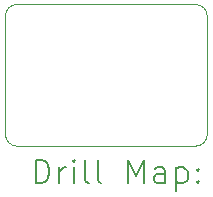
<source format=gbr>
%TF.GenerationSoftware,KiCad,Pcbnew,9.0.4*%
%TF.CreationDate,2025-12-22T00:48:52-05:00*%
%TF.ProjectId,AD5626BRMZ-kent,41443536-3236-4425-924d-5a2d6b656e74,rev?*%
%TF.SameCoordinates,Original*%
%TF.FileFunction,Drillmap*%
%TF.FilePolarity,Positive*%
%FSLAX45Y45*%
G04 Gerber Fmt 4.5, Leading zero omitted, Abs format (unit mm)*
G04 Created by KiCad (PCBNEW 9.0.4) date 2025-12-22 00:48:52*
%MOMM*%
%LPD*%
G01*
G04 APERTURE LIST*
%ADD10C,0.050000*%
%ADD11C,0.200000*%
G04 APERTURE END LIST*
D10*
X14700000Y-10030000D02*
G75*
G02*
X14600000Y-10130000I-100000J0D01*
G01*
X12990000Y-10030000D02*
X12990000Y-9030000D01*
X13090000Y-8930000D02*
X14600000Y-8930000D01*
X12990000Y-9030000D02*
G75*
G02*
X13090000Y-8930000I100000J0D01*
G01*
X14700000Y-9030000D02*
X14700000Y-10030000D01*
X14600000Y-8930000D02*
G75*
G02*
X14700000Y-9030000I0J-100000D01*
G01*
X13090000Y-10130000D02*
G75*
G02*
X12990000Y-10030000I0J100000D01*
G01*
X14600000Y-10130000D02*
X13090000Y-10130000D01*
D11*
X13248277Y-10443984D02*
X13248277Y-10243984D01*
X13248277Y-10243984D02*
X13295896Y-10243984D01*
X13295896Y-10243984D02*
X13324467Y-10253508D01*
X13324467Y-10253508D02*
X13343515Y-10272555D01*
X13343515Y-10272555D02*
X13353039Y-10291603D01*
X13353039Y-10291603D02*
X13362562Y-10329698D01*
X13362562Y-10329698D02*
X13362562Y-10358270D01*
X13362562Y-10358270D02*
X13353039Y-10396365D01*
X13353039Y-10396365D02*
X13343515Y-10415412D01*
X13343515Y-10415412D02*
X13324467Y-10434460D01*
X13324467Y-10434460D02*
X13295896Y-10443984D01*
X13295896Y-10443984D02*
X13248277Y-10443984D01*
X13448277Y-10443984D02*
X13448277Y-10310650D01*
X13448277Y-10348746D02*
X13457801Y-10329698D01*
X13457801Y-10329698D02*
X13467324Y-10320174D01*
X13467324Y-10320174D02*
X13486372Y-10310650D01*
X13486372Y-10310650D02*
X13505420Y-10310650D01*
X13572086Y-10443984D02*
X13572086Y-10310650D01*
X13572086Y-10243984D02*
X13562562Y-10253508D01*
X13562562Y-10253508D02*
X13572086Y-10263031D01*
X13572086Y-10263031D02*
X13581610Y-10253508D01*
X13581610Y-10253508D02*
X13572086Y-10243984D01*
X13572086Y-10243984D02*
X13572086Y-10263031D01*
X13695896Y-10443984D02*
X13676848Y-10434460D01*
X13676848Y-10434460D02*
X13667324Y-10415412D01*
X13667324Y-10415412D02*
X13667324Y-10243984D01*
X13800658Y-10443984D02*
X13781610Y-10434460D01*
X13781610Y-10434460D02*
X13772086Y-10415412D01*
X13772086Y-10415412D02*
X13772086Y-10243984D01*
X14029229Y-10443984D02*
X14029229Y-10243984D01*
X14029229Y-10243984D02*
X14095896Y-10386841D01*
X14095896Y-10386841D02*
X14162562Y-10243984D01*
X14162562Y-10243984D02*
X14162562Y-10443984D01*
X14343515Y-10443984D02*
X14343515Y-10339222D01*
X14343515Y-10339222D02*
X14333991Y-10320174D01*
X14333991Y-10320174D02*
X14314943Y-10310650D01*
X14314943Y-10310650D02*
X14276848Y-10310650D01*
X14276848Y-10310650D02*
X14257801Y-10320174D01*
X14343515Y-10434460D02*
X14324467Y-10443984D01*
X14324467Y-10443984D02*
X14276848Y-10443984D01*
X14276848Y-10443984D02*
X14257801Y-10434460D01*
X14257801Y-10434460D02*
X14248277Y-10415412D01*
X14248277Y-10415412D02*
X14248277Y-10396365D01*
X14248277Y-10396365D02*
X14257801Y-10377317D01*
X14257801Y-10377317D02*
X14276848Y-10367793D01*
X14276848Y-10367793D02*
X14324467Y-10367793D01*
X14324467Y-10367793D02*
X14343515Y-10358270D01*
X14438753Y-10310650D02*
X14438753Y-10510650D01*
X14438753Y-10320174D02*
X14457801Y-10310650D01*
X14457801Y-10310650D02*
X14495896Y-10310650D01*
X14495896Y-10310650D02*
X14514943Y-10320174D01*
X14514943Y-10320174D02*
X14524467Y-10329698D01*
X14524467Y-10329698D02*
X14533991Y-10348746D01*
X14533991Y-10348746D02*
X14533991Y-10405889D01*
X14533991Y-10405889D02*
X14524467Y-10424936D01*
X14524467Y-10424936D02*
X14514943Y-10434460D01*
X14514943Y-10434460D02*
X14495896Y-10443984D01*
X14495896Y-10443984D02*
X14457801Y-10443984D01*
X14457801Y-10443984D02*
X14438753Y-10434460D01*
X14619705Y-10424936D02*
X14629229Y-10434460D01*
X14629229Y-10434460D02*
X14619705Y-10443984D01*
X14619705Y-10443984D02*
X14610182Y-10434460D01*
X14610182Y-10434460D02*
X14619705Y-10424936D01*
X14619705Y-10424936D02*
X14619705Y-10443984D01*
X14619705Y-10320174D02*
X14629229Y-10329698D01*
X14629229Y-10329698D02*
X14619705Y-10339222D01*
X14619705Y-10339222D02*
X14610182Y-10329698D01*
X14610182Y-10329698D02*
X14619705Y-10320174D01*
X14619705Y-10320174D02*
X14619705Y-10339222D01*
M02*

</source>
